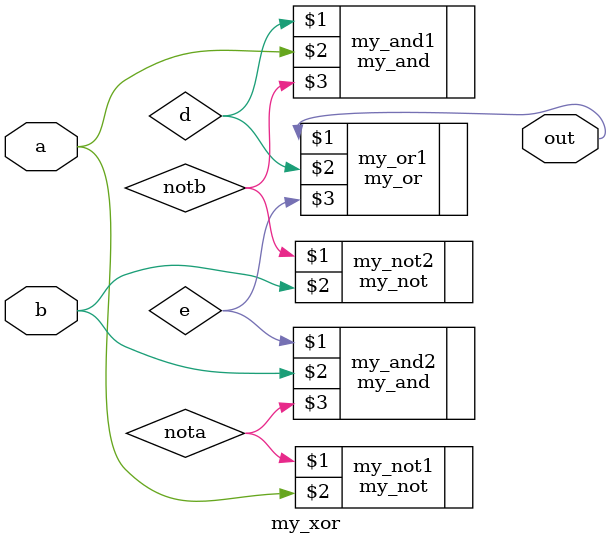
<source format=v>
module my_xor(out,a,b);

	//ports
	input a,b;
	output out;

	//internal nets
	wire nota,notb,d,e;


	//instantiate our own modules
	my_not my_not1(nota,a);
	my_not my_not2(notb,b);
	my_and my_and1(d,a,notb);
	my_and my_and2(e,b,nota);
	my_or my_or1(out,d,e);


endmodule

</source>
